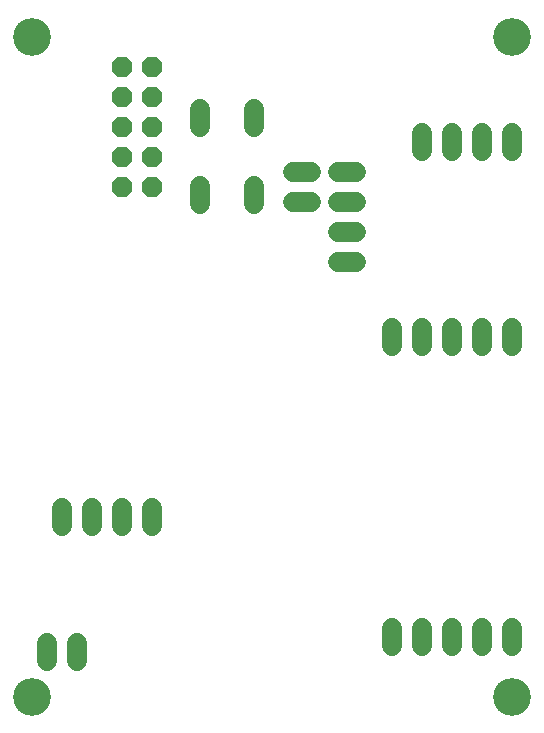
<source format=gbr>
G04 EAGLE Gerber RS-274X export*
G75*
%MOMM*%
%FSLAX34Y34*%
%LPD*%
%INSoldermask Bottom*%
%IPPOS*%
%AMOC8*
5,1,8,0,0,1.08239X$1,22.5*%
G01*
%ADD10C,3.203200*%
%ADD11C,1.727200*%
%ADD12P,1.869504X8X112.500000*%


D10*
X533400Y533400D03*
X127000Y533400D03*
X127000Y-25400D03*
X533400Y-25400D03*
D11*
X457200Y436880D02*
X457200Y452120D01*
X482600Y452120D02*
X482600Y436880D01*
X508000Y436880D02*
X508000Y452120D01*
X533400Y452120D02*
X533400Y436880D01*
X228600Y134620D02*
X228600Y119380D01*
X203200Y119380D02*
X203200Y134620D01*
X177800Y134620D02*
X177800Y119380D01*
X152400Y119380D02*
X152400Y134620D01*
X386080Y419100D02*
X401320Y419100D01*
X401320Y393700D02*
X386080Y393700D01*
X386080Y368300D02*
X401320Y368300D01*
X401320Y342900D02*
X386080Y342900D01*
X165100Y20320D02*
X165100Y5080D01*
X139700Y5080D02*
X139700Y20320D01*
X431800Y17780D02*
X431800Y33020D01*
X457200Y33020D02*
X457200Y17780D01*
X482600Y17780D02*
X482600Y33020D01*
X508000Y33020D02*
X508000Y17780D01*
X533400Y17780D02*
X533400Y33020D01*
X431800Y271780D02*
X431800Y287020D01*
X457200Y287020D02*
X457200Y271780D01*
X482600Y271780D02*
X482600Y287020D01*
X508000Y287020D02*
X508000Y271780D01*
X533400Y271780D02*
X533400Y287020D01*
X363220Y393700D02*
X347980Y393700D01*
X347980Y419100D02*
X363220Y419100D01*
X314706Y456692D02*
X314706Y471932D01*
X269494Y471932D02*
X269494Y456692D01*
X314706Y406908D02*
X314706Y391668D01*
X269494Y391668D02*
X269494Y406908D01*
D12*
X228600Y406400D03*
X203200Y406400D03*
X228600Y431800D03*
X203200Y431800D03*
X228600Y457200D03*
X203200Y457200D03*
X228600Y482600D03*
X203200Y482600D03*
X228600Y508000D03*
X203200Y508000D03*
M02*

</source>
